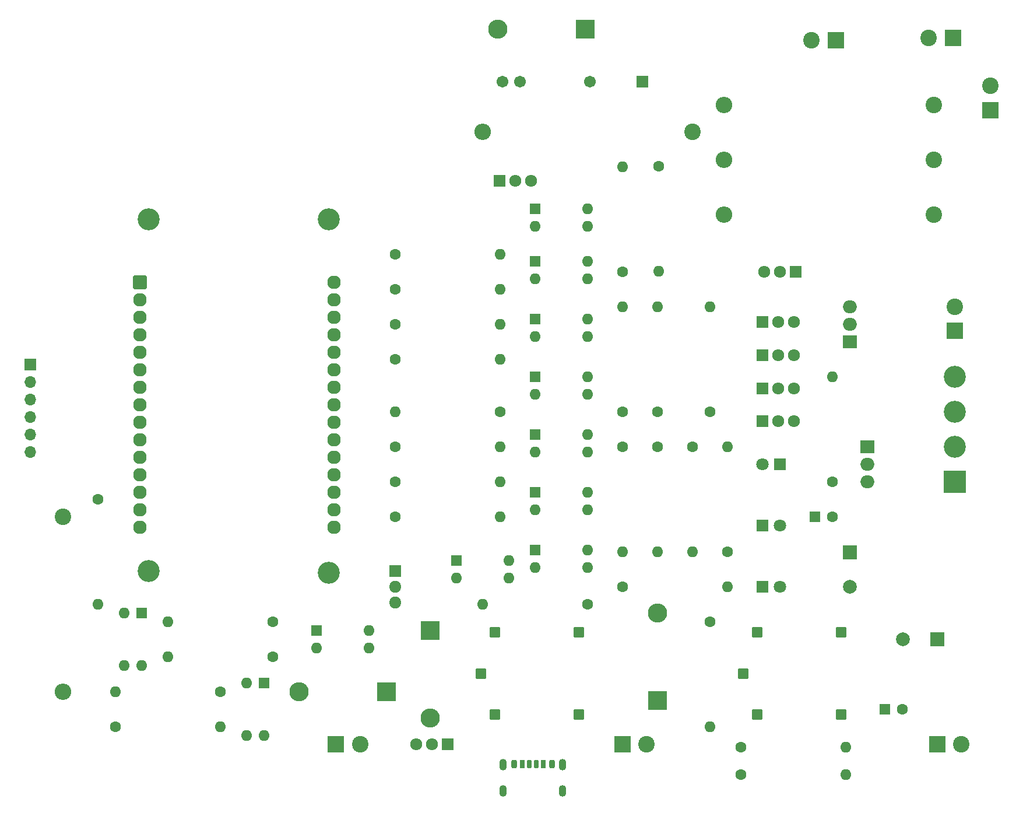
<source format=gbr>
%TF.GenerationSoftware,KiCad,Pcbnew,8.0.3*%
%TF.CreationDate,2024-07-16T18:34:57+05:30*%
%TF.ProjectId,new kicad,6e657720-6b69-4636-9164-2e6b69636164,rev?*%
%TF.SameCoordinates,Original*%
%TF.FileFunction,Soldermask,Top*%
%TF.FilePolarity,Negative*%
%FSLAX46Y46*%
G04 Gerber Fmt 4.6, Leading zero omitted, Abs format (unit mm)*
G04 Created by KiCad (PCBNEW 8.0.3) date 2024-07-16 18:34:57*
%MOMM*%
%LPD*%
G01*
G04 APERTURE LIST*
G04 Aperture macros list*
%AMRoundRect*
0 Rectangle with rounded corners*
0 $1 Rounding radius*
0 $2 $3 $4 $5 $6 $7 $8 $9 X,Y pos of 4 corners*
0 Add a 4 corners polygon primitive as box body*
4,1,4,$2,$3,$4,$5,$6,$7,$8,$9,$2,$3,0*
0 Add four circle primitives for the rounded corners*
1,1,$1+$1,$2,$3*
1,1,$1+$1,$4,$5*
1,1,$1+$1,$6,$7*
1,1,$1+$1,$8,$9*
0 Add four rect primitives between the rounded corners*
20,1,$1+$1,$2,$3,$4,$5,0*
20,1,$1+$1,$4,$5,$6,$7,0*
20,1,$1+$1,$6,$7,$8,$9,0*
20,1,$1+$1,$8,$9,$2,$3,0*%
G04 Aperture macros list end*
%ADD10R,1.700000X1.700000*%
%ADD11O,1.700000X1.700000*%
%ADD12C,1.600000*%
%ADD13O,1.600000X1.600000*%
%ADD14C,3.200000*%
%ADD15RoundRect,0.102000X-0.876300X-0.876300X0.876300X-0.876300X0.876300X0.876300X-0.876300X0.876300X0*%
%ADD16C,1.956600*%
%ADD17R,2.400000X2.400000*%
%ADD18C,2.400000*%
%ADD19R,1.600000X1.600000*%
%ADD20R,2.000000X1.905000*%
%ADD21O,2.000000X1.905000*%
%ADD22R,1.800000X1.800000*%
%ADD23C,1.800000*%
%ADD24O,2.400000X2.400000*%
%ADD25R,1.710000X1.800000*%
%ADD26O,1.710000X1.800000*%
%ADD27R,3.200000X3.200000*%
%ADD28R,2.800000X2.800000*%
%ADD29O,2.800000X2.800000*%
%ADD30RoundRect,0.102000X-0.654000X-0.654000X0.654000X-0.654000X0.654000X0.654000X-0.654000X0.654000X0*%
%ADD31R,2.000000X2.000000*%
%ADD32C,2.000000*%
%ADD33R,1.800000X1.710000*%
%ADD34O,1.800000X1.710000*%
%ADD35RoundRect,0.175000X-0.175000X-0.425000X0.175000X-0.425000X0.175000X0.425000X-0.175000X0.425000X0*%
%ADD36RoundRect,0.190000X0.190000X0.410000X-0.190000X0.410000X-0.190000X-0.410000X0.190000X-0.410000X0*%
%ADD37RoundRect,0.200000X0.200000X0.400000X-0.200000X0.400000X-0.200000X-0.400000X0.200000X-0.400000X0*%
%ADD38RoundRect,0.175000X0.175000X0.425000X-0.175000X0.425000X-0.175000X-0.425000X0.175000X-0.425000X0*%
%ADD39RoundRect,0.190000X-0.190000X-0.410000X0.190000X-0.410000X0.190000X0.410000X-0.190000X0.410000X0*%
%ADD40RoundRect,0.200000X-0.200000X-0.400000X0.200000X-0.400000X0.200000X0.400000X-0.200000X0.400000X0*%
%ADD41O,1.100000X1.700000*%
%ADD42RoundRect,0.102000X0.754000X0.754000X-0.754000X0.754000X-0.754000X-0.754000X0.754000X-0.754000X0*%
%ADD43C,1.712000*%
G04 APERTURE END LIST*
D10*
%TO.C,J9*%
X74000000Y-89710000D03*
D11*
X74000000Y-92250000D03*
X74000000Y-94790000D03*
X74000000Y-97330000D03*
X74000000Y-99870000D03*
X74000000Y-102410000D03*
%TD*%
D12*
%TO.C,R16*%
X109220000Y-132080000D03*
D13*
X93980000Y-132080000D03*
%TD*%
D14*
%TO.C,U1*%
X91186000Y-68580000D03*
X91186000Y-119634000D03*
X117348000Y-68580000D03*
X117348000Y-119888000D03*
D15*
X89916000Y-77724000D03*
D16*
X89916000Y-80264000D03*
X89916000Y-82804000D03*
X89916000Y-85344000D03*
X89916000Y-87884000D03*
X89916000Y-90424000D03*
X89916000Y-92964000D03*
X89916000Y-95504000D03*
X89916000Y-98044000D03*
X89916000Y-100584000D03*
X89916000Y-103124000D03*
X89916000Y-105664000D03*
X89916000Y-108204000D03*
X89916000Y-110744000D03*
X89916000Y-113284000D03*
X118110000Y-113284000D03*
X118110000Y-110744000D03*
X118110000Y-108204000D03*
X118110000Y-105664000D03*
X118110000Y-103124000D03*
X118110000Y-100584000D03*
X118110000Y-98044000D03*
X118110000Y-95504000D03*
X118110000Y-92964000D03*
X118110000Y-90424000D03*
X118110000Y-87884000D03*
X118110000Y-85344000D03*
X118110000Y-82804000D03*
X118110000Y-80264000D03*
X118110000Y-77724000D03*
%TD*%
D12*
%TO.C,R12*%
X109220000Y-127000000D03*
D13*
X93980000Y-127000000D03*
%TD*%
D12*
%TO.C,R13*%
X160020000Y-101600000D03*
D13*
X160020000Y-116840000D03*
%TD*%
D17*
%TO.C,J4*%
X118420000Y-144780000D03*
D18*
X121920000Y-144780000D03*
%TD*%
D12*
%TO.C,R22*%
X127000000Y-88900000D03*
D13*
X142240000Y-88900000D03*
%TD*%
D19*
%TO.C,U12*%
X115580000Y-128265000D03*
D13*
X115580000Y-130805000D03*
X123200000Y-130805000D03*
X123200000Y-128265000D03*
%TD*%
D19*
%TO.C,U9*%
X147320000Y-99823000D03*
D13*
X147320000Y-102363000D03*
X154940000Y-102363000D03*
X154940000Y-99823000D03*
%TD*%
D12*
%TO.C,R4*%
X172720000Y-127000000D03*
D13*
X172720000Y-142240000D03*
%TD*%
D20*
%TO.C,U8*%
X193040000Y-86360000D03*
D21*
X193040000Y-83820000D03*
X193040000Y-81280000D03*
%TD*%
D22*
%TO.C,D6*%
X180340000Y-113030000D03*
D23*
X182880000Y-113030000D03*
%TD*%
D18*
%TO.C,R23*%
X170180000Y-55880000D03*
D24*
X139700000Y-55880000D03*
%TD*%
D25*
%TO.C,Q7*%
X180340000Y-97940000D03*
D26*
X182620000Y-97940000D03*
X184900000Y-97940000D03*
%TD*%
D12*
%TO.C,R5*%
X127000000Y-101600000D03*
D13*
X142240000Y-101600000D03*
%TD*%
D27*
%TO.C,D3*%
X208280000Y-106680000D03*
D14*
X208280000Y-101600000D03*
X208280000Y-96520000D03*
X208280000Y-91440000D03*
%TD*%
D12*
%TO.C,R17*%
X170180000Y-101600000D03*
D13*
X170180000Y-116840000D03*
%TD*%
D12*
%TO.C,R14*%
X165100000Y-101600000D03*
D13*
X165100000Y-116840000D03*
%TD*%
D20*
%TO.C,U5*%
X195580000Y-101600000D03*
D21*
X195580000Y-104140000D03*
X195580000Y-106680000D03*
%TD*%
D12*
%TO.C,R27*%
X160020000Y-76200000D03*
D13*
X160020000Y-60960000D03*
%TD*%
D18*
%TO.C,R3*%
X78740000Y-111760000D03*
D24*
X78740000Y-137160000D03*
%TD*%
D12*
%TO.C,R6*%
X127000000Y-106680000D03*
D13*
X142240000Y-106680000D03*
%TD*%
D12*
%TO.C,R18*%
X142240000Y-96520000D03*
D13*
X127000000Y-96520000D03*
%TD*%
D17*
%TO.C,J7*%
X208000000Y-42250000D03*
D18*
X204500000Y-42250000D03*
%TD*%
D28*
%TO.C,D8*%
X154600000Y-41000000D03*
D29*
X141900000Y-41000000D03*
%TD*%
D12*
%TO.C,R20*%
X127000000Y-78740000D03*
D13*
X142240000Y-78740000D03*
%TD*%
D25*
%TO.C,Q5*%
X180340000Y-88340000D03*
D26*
X182620000Y-88340000D03*
X184900000Y-88340000D03*
%TD*%
D12*
%TO.C,R9*%
X172720000Y-96520000D03*
D13*
X172720000Y-81280000D03*
%TD*%
D12*
%TO.C,R25*%
X160020000Y-121920000D03*
D13*
X175260000Y-121920000D03*
%TD*%
D18*
%TO.C,R26*%
X205250000Y-60000000D03*
D24*
X174770000Y-60000000D03*
%TD*%
D19*
%TO.C,U14*%
X147320000Y-74674000D03*
D13*
X147320000Y-77214000D03*
X154940000Y-77214000D03*
X154940000Y-74674000D03*
%TD*%
D12*
%TO.C,R11*%
X175260000Y-116840000D03*
D13*
X175260000Y-101600000D03*
%TD*%
D12*
%TO.C,R33*%
X177260000Y-149250000D03*
D13*
X192500000Y-149250000D03*
%TD*%
D12*
%TO.C,R30*%
X165100000Y-96520000D03*
D13*
X165100000Y-81280000D03*
%TD*%
D12*
%TO.C,R21*%
X127000000Y-83820000D03*
D13*
X142240000Y-83820000D03*
%TD*%
D19*
%TO.C,U15*%
X147320000Y-83057000D03*
D13*
X147320000Y-85597000D03*
X154940000Y-85597000D03*
X154940000Y-83057000D03*
%TD*%
D19*
%TO.C,U11*%
X147320000Y-116589000D03*
D13*
X147320000Y-119129000D03*
X154940000Y-119129000D03*
X154940000Y-116589000D03*
%TD*%
D19*
%TO.C,U13*%
X147320000Y-67054000D03*
D13*
X147320000Y-69594000D03*
X154940000Y-69594000D03*
X154940000Y-67054000D03*
%TD*%
D12*
%TO.C,R1*%
X190500000Y-106680000D03*
D13*
X190500000Y-91440000D03*
%TD*%
D12*
%TO.C,R32*%
X177260000Y-145200000D03*
D13*
X192500000Y-145200000D03*
%TD*%
D12*
%TO.C,R2*%
X83820000Y-109220000D03*
D13*
X83820000Y-124460000D03*
%TD*%
D19*
%TO.C,C3*%
X188000000Y-111760000D03*
D12*
X190500000Y-111760000D03*
%TD*%
%TO.C,R7*%
X127000000Y-111760000D03*
D13*
X142240000Y-111760000D03*
%TD*%
D17*
%TO.C,J2*%
X191000000Y-42600000D03*
D18*
X187500000Y-42600000D03*
%TD*%
D17*
%TO.C,J1*%
X160020000Y-144780000D03*
D18*
X163520000Y-144780000D03*
%TD*%
D25*
%TO.C,Q6*%
X180340000Y-93140000D03*
D26*
X182620000Y-93140000D03*
X184900000Y-93140000D03*
%TD*%
D19*
%TO.C,U16*%
X147320000Y-91440000D03*
D13*
X147320000Y-93980000D03*
X154940000Y-93980000D03*
X154940000Y-91440000D03*
%TD*%
D12*
%TO.C,R15*%
X154940000Y-124460000D03*
D13*
X139700000Y-124460000D03*
%TD*%
D30*
%TO.C,U2*%
X141463250Y-128526750D03*
X139463250Y-134526750D03*
X141463250Y-140526750D03*
X153663250Y-140526750D03*
X153663250Y-128526750D03*
%TD*%
D22*
%TO.C,D4*%
X182880000Y-104140000D03*
D23*
X180340000Y-104140000D03*
%TD*%
D30*
%TO.C,U3*%
X179563250Y-128526750D03*
X177563250Y-134526750D03*
X179563250Y-140526750D03*
X191763250Y-140526750D03*
X191763250Y-128526750D03*
%TD*%
D22*
%TO.C,D7*%
X180340000Y-121920000D03*
D23*
X182880000Y-121920000D03*
%TD*%
D25*
%TO.C,Q4*%
X180340000Y-83540000D03*
D26*
X182620000Y-83540000D03*
X184900000Y-83540000D03*
%TD*%
D19*
%TO.C,U7*%
X107955000Y-135900000D03*
D13*
X105415000Y-135900000D03*
X105415000Y-143520000D03*
X107955000Y-143520000D03*
%TD*%
D12*
%TO.C,R28*%
X165250000Y-60880000D03*
D13*
X165250000Y-76120000D03*
%TD*%
D28*
%TO.C,D1*%
X132080000Y-128270000D03*
D29*
X132080000Y-140970000D03*
%TD*%
D25*
%TO.C,Q3*%
X185160000Y-76200000D03*
D26*
X182880000Y-76200000D03*
X180600000Y-76200000D03*
%TD*%
D31*
%TO.C,C2*%
X193040000Y-116920000D03*
D32*
X193040000Y-121920000D03*
%TD*%
D31*
%TO.C,C1*%
X205740000Y-129540000D03*
D32*
X200740000Y-129540000D03*
%TD*%
D18*
%TO.C,R31*%
X205250000Y-52050000D03*
D24*
X174770000Y-52050000D03*
%TD*%
D17*
%TO.C,J3*%
X208280000Y-84780000D03*
D18*
X208280000Y-81280000D03*
%TD*%
D25*
%TO.C,Q1*%
X134620000Y-144780000D03*
D26*
X132340000Y-144780000D03*
X130060000Y-144780000D03*
%TD*%
D33*
%TO.C,Q2*%
X127000000Y-119640000D03*
D34*
X127000000Y-121920000D03*
X127000000Y-124200000D03*
%TD*%
D12*
%TO.C,R19*%
X127000000Y-73660000D03*
D13*
X142240000Y-73660000D03*
%TD*%
D12*
%TO.C,R10*%
X86360000Y-142240000D03*
D13*
X101600000Y-142240000D03*
%TD*%
D19*
%TO.C,U4*%
X90175000Y-125740000D03*
D13*
X87635000Y-125740000D03*
X87635000Y-133360000D03*
X90175000Y-133360000D03*
%TD*%
D19*
%TO.C,C4*%
X198160000Y-139700000D03*
D12*
X200660000Y-139700000D03*
%TD*%
D19*
%TO.C,U6*%
X135900000Y-118105000D03*
D13*
X135900000Y-120645000D03*
X143520000Y-120645000D03*
X143520000Y-118105000D03*
%TD*%
D12*
%TO.C,R8*%
X101600000Y-137160000D03*
D13*
X86360000Y-137160000D03*
%TD*%
D35*
%TO.C,J6*%
X146500000Y-147670000D03*
D36*
X148520000Y-147670000D03*
D37*
X149750000Y-147670000D03*
D38*
X147500000Y-147670000D03*
D39*
X145480000Y-147670000D03*
D40*
X144250000Y-147670000D03*
D41*
X142680000Y-147750000D03*
X142680000Y-151550000D03*
X151320000Y-147750000D03*
X151320000Y-151550000D03*
%TD*%
D12*
%TO.C,R29*%
X160020000Y-96520000D03*
D13*
X160020000Y-81280000D03*
%TD*%
D18*
%TO.C,R24*%
X205250000Y-67950000D03*
D24*
X174770000Y-67950000D03*
%TD*%
D25*
%TO.C,Q8*%
X142190000Y-63000000D03*
D26*
X144470000Y-63000000D03*
X146750000Y-63000000D03*
%TD*%
D28*
%TO.C,D5*%
X125730000Y-137160000D03*
D29*
X113030000Y-137160000D03*
%TD*%
D17*
%TO.C,J8*%
X213500000Y-52750000D03*
D18*
X213500000Y-49250000D03*
%TD*%
D42*
%TO.C,K1*%
X162910000Y-48650000D03*
D43*
X155290000Y-48650000D03*
X145130000Y-48650000D03*
X142590000Y-48650000D03*
%TD*%
D17*
%TO.C,J5*%
X205740000Y-144780000D03*
D18*
X209240000Y-144780000D03*
%TD*%
D19*
%TO.C,U10*%
X147320000Y-108206000D03*
D13*
X147320000Y-110746000D03*
X154940000Y-110746000D03*
X154940000Y-108206000D03*
%TD*%
D28*
%TO.C,D2*%
X165100000Y-138430000D03*
D29*
X165100000Y-125730000D03*
%TD*%
M02*

</source>
